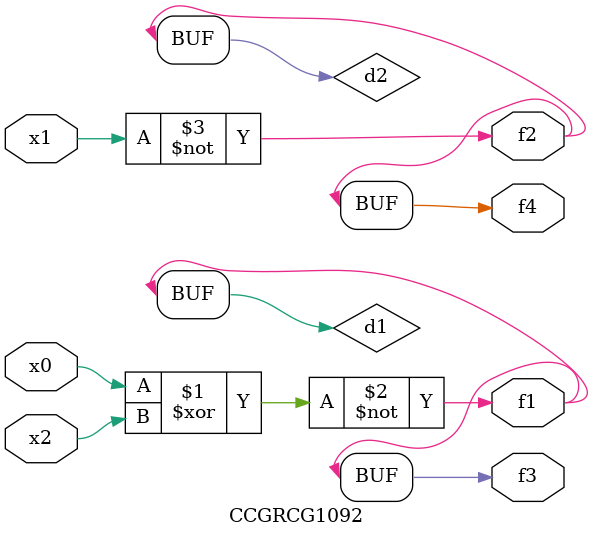
<source format=v>
module CCGRCG1092(
	input x0, x1, x2,
	output f1, f2, f3, f4
);

	wire d1, d2, d3;

	xnor (d1, x0, x2);
	nand (d2, x1);
	nor (d3, x1, x2);
	assign f1 = d1;
	assign f2 = d2;
	assign f3 = d1;
	assign f4 = d2;
endmodule

</source>
